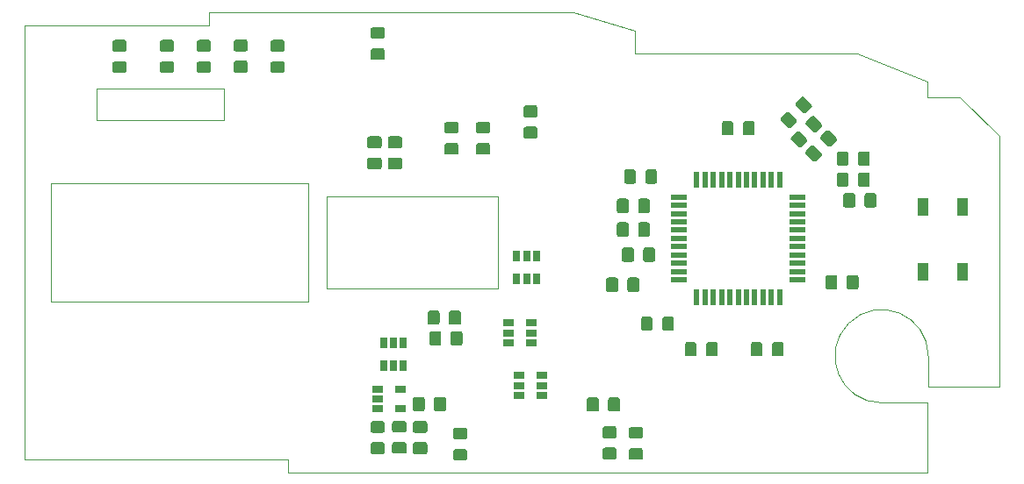
<source format=gbr>
G04 #@! TF.GenerationSoftware,KiCad,Pcbnew,5.99.0-unknown-d20d310~86~ubuntu18.04.1*
G04 #@! TF.CreationDate,2019-12-01T22:12:42+00:00*
G04 #@! TF.ProjectId,mouse8,6d6f7573-6538-42e6-9b69-6361645f7063,rev?*
G04 #@! TF.SameCoordinates,Original*
G04 #@! TF.FileFunction,Paste,Top*
G04 #@! TF.FilePolarity,Positive*
%FSLAX46Y46*%
G04 Gerber Fmt 4.6, Leading zero omitted, Abs format (unit mm)*
G04 Created by KiCad (PCBNEW 5.99.0-unknown-d20d310~86~ubuntu18.04.1) date 2019-12-01 22:12:42*
%MOMM*%
%LPD*%
G04 APERTURE LIST*
%ADD10C,0.050000*%
%ADD11R,1.060000X0.650000*%
%ADD12R,1.000000X1.700000*%
%ADD13R,0.550000X1.500000*%
%ADD14R,1.500000X0.550000*%
%ADD15R,0.650000X1.060000*%
G04 APERTURE END LIST*
D10*
X94150000Y89606250D02*
X58980000Y89606250D01*
X100075000Y87831250D02*
X94150000Y89606250D01*
X100075000Y87831250D02*
X100075000Y85581250D01*
X131400000Y81356250D02*
X135175000Y77656250D01*
X128195000Y81351250D02*
X131400000Y81356250D01*
X128200000Y82906250D02*
X128195000Y81351250D01*
X121475000Y85581250D02*
X128200000Y82906250D01*
X100075000Y85581250D02*
X121475000Y85581250D01*
X128195000Y45156250D02*
X66600000Y45156250D01*
X135175000Y77656250D02*
X135180000Y53411250D01*
X128325000Y53431250D02*
X135180000Y53411250D01*
X128200000Y51856250D02*
X128195000Y45156250D01*
X128325000Y56356250D02*
X128325000Y53431250D01*
X123825000Y51856250D02*
X128200000Y51856250D01*
X123825000Y51856250D02*
G75*
G02X128325000Y56356250I0J4500000D01*
G01*
X48108800Y82189450D02*
X48108800Y79192250D01*
X60453200Y82189450D02*
X48108800Y82189450D01*
X60453200Y79192250D02*
X60453200Y82189450D01*
X48108800Y79192250D02*
X60453200Y79192250D01*
X43740000Y73096250D02*
X68505000Y73096250D01*
X70283000Y62936250D02*
X70283000Y71826250D01*
X86793000Y62936250D02*
X70283000Y62936250D01*
X86793000Y71826250D02*
X86793000Y62936250D01*
X70283000Y71826250D02*
X86793000Y71826250D01*
X66600000Y46426250D02*
X66600000Y45156250D01*
X41200000Y46426250D02*
X66600000Y46426250D01*
X58980000Y88336250D02*
X41200000Y88336250D01*
X58980000Y89606250D02*
X58980000Y88336250D01*
X43740000Y61666250D02*
X43740000Y62301250D01*
X68505000Y61666250D02*
X68505000Y62301250D01*
X68505000Y73096250D02*
X68505000Y62301250D01*
X43740000Y62301250D02*
X43740000Y73096250D01*
X68505000Y61666250D02*
X43740000Y61666250D01*
X41200000Y46426250D02*
X41200000Y88336250D01*
G36*
X81056671Y60777370D02*
G01*
X81137777Y60723177D01*
X81191970Y60642071D01*
X81211000Y60546401D01*
X81211000Y59646399D01*
X81191970Y59550729D01*
X81137777Y59469623D01*
X81056671Y59415430D01*
X80961001Y59396400D01*
X80310999Y59396400D01*
X80215329Y59415430D01*
X80134223Y59469623D01*
X80080030Y59550729D01*
X80061000Y59646399D01*
X80061000Y60546401D01*
X80080030Y60642071D01*
X80134223Y60723177D01*
X80215329Y60777370D01*
X80310999Y60796400D01*
X80961001Y60796400D01*
X81056671Y60777370D01*
G37*
G36*
X83106671Y60777370D02*
G01*
X83187777Y60723177D01*
X83241970Y60642071D01*
X83261000Y60546401D01*
X83261000Y59646399D01*
X83241970Y59550729D01*
X83187777Y59469623D01*
X83106671Y59415430D01*
X83011001Y59396400D01*
X82360999Y59396400D01*
X82265329Y59415430D01*
X82184223Y59469623D01*
X82130030Y59550729D01*
X82111000Y59646399D01*
X82111000Y60546401D01*
X82130030Y60642071D01*
X82184223Y60723177D01*
X82265329Y60777370D01*
X82360999Y60796400D01*
X83011001Y60796400D01*
X83106671Y60777370D01*
G37*
G36*
X77863271Y48070370D02*
G01*
X77944377Y48016177D01*
X77998570Y47935071D01*
X78017600Y47839401D01*
X78017600Y47189399D01*
X77998570Y47093729D01*
X77944377Y47012623D01*
X77863271Y46958430D01*
X77767601Y46939400D01*
X76867599Y46939400D01*
X76771929Y46958430D01*
X76690823Y47012623D01*
X76636630Y47093729D01*
X76617600Y47189399D01*
X76617600Y47839401D01*
X76636630Y47935071D01*
X76690823Y48016177D01*
X76771929Y48070370D01*
X76867599Y48089400D01*
X77767601Y48089400D01*
X77863271Y48070370D01*
G37*
G36*
X77863271Y50120370D02*
G01*
X77944377Y50066177D01*
X77998570Y49985071D01*
X78017600Y49889401D01*
X78017600Y49239399D01*
X77998570Y49143729D01*
X77944377Y49062623D01*
X77863271Y49008430D01*
X77767601Y48989400D01*
X76867599Y48989400D01*
X76771929Y49008430D01*
X76690823Y49062623D01*
X76636630Y49143729D01*
X76617600Y49239399D01*
X76617600Y49889401D01*
X76636630Y49985071D01*
X76690823Y50066177D01*
X76771929Y50120370D01*
X76867599Y50139400D01*
X77767601Y50139400D01*
X77863271Y50120370D01*
G37*
D11*
X77452400Y53197800D03*
X77452400Y51297800D03*
X75252400Y51297800D03*
X75252400Y52247800D03*
X75252400Y53197800D03*
G36*
X75780471Y50094970D02*
G01*
X75861577Y50040777D01*
X75915770Y49959671D01*
X75934800Y49864001D01*
X75934800Y49213999D01*
X75915770Y49118329D01*
X75861577Y49037223D01*
X75780471Y48983030D01*
X75684801Y48964000D01*
X74784799Y48964000D01*
X74689129Y48983030D01*
X74608023Y49037223D01*
X74553830Y49118329D01*
X74534800Y49213999D01*
X74534800Y49864001D01*
X74553830Y49959671D01*
X74608023Y50040777D01*
X74689129Y50094970D01*
X74784799Y50114000D01*
X75684801Y50114000D01*
X75780471Y50094970D01*
G37*
G36*
X75780471Y48044970D02*
G01*
X75861577Y47990777D01*
X75915770Y47909671D01*
X75934800Y47814001D01*
X75934800Y47163999D01*
X75915770Y47068329D01*
X75861577Y46987223D01*
X75780471Y46933030D01*
X75684801Y46914000D01*
X74784799Y46914000D01*
X74689129Y46933030D01*
X74608023Y46987223D01*
X74553830Y47068329D01*
X74534800Y47163999D01*
X74534800Y47814001D01*
X74553830Y47909671D01*
X74608023Y47990777D01*
X74689129Y48044970D01*
X74784799Y48064000D01*
X75684801Y48064000D01*
X75780471Y48044970D01*
G37*
G36*
X81658871Y52420770D02*
G01*
X81739977Y52366577D01*
X81794170Y52285471D01*
X81813200Y52189801D01*
X81813200Y51289799D01*
X81794170Y51194129D01*
X81739977Y51113023D01*
X81658871Y51058830D01*
X81563201Y51039800D01*
X80913199Y51039800D01*
X80817529Y51058830D01*
X80736423Y51113023D01*
X80682230Y51194129D01*
X80663200Y51289799D01*
X80663200Y52189801D01*
X80682230Y52285471D01*
X80736423Y52366577D01*
X80817529Y52420770D01*
X80913199Y52439800D01*
X81563201Y52439800D01*
X81658871Y52420770D01*
G37*
G36*
X79608871Y52420770D02*
G01*
X79689977Y52366577D01*
X79744170Y52285471D01*
X79763200Y52189801D01*
X79763200Y51289799D01*
X79744170Y51194129D01*
X79689977Y51113023D01*
X79608871Y51058830D01*
X79513201Y51039800D01*
X78863199Y51039800D01*
X78767529Y51058830D01*
X78686423Y51113023D01*
X78632230Y51194129D01*
X78613200Y51289799D01*
X78613200Y52189801D01*
X78632230Y52285471D01*
X78686423Y52366577D01*
X78767529Y52420770D01*
X78863199Y52439800D01*
X79513201Y52439800D01*
X79608871Y52420770D01*
G37*
D12*
X127817800Y64490200D03*
X127817800Y70790200D03*
X131617800Y64490200D03*
X131617800Y70790200D03*
G36*
X82893671Y78995220D02*
G01*
X82974777Y78941027D01*
X83028970Y78859921D01*
X83048000Y78764251D01*
X83048000Y78114249D01*
X83028970Y78018579D01*
X82974777Y77937473D01*
X82893671Y77883280D01*
X82798001Y77864250D01*
X81897999Y77864250D01*
X81802329Y77883280D01*
X81721223Y77937473D01*
X81667030Y78018579D01*
X81648000Y78114249D01*
X81648000Y78764251D01*
X81667030Y78859921D01*
X81721223Y78941027D01*
X81802329Y78995220D01*
X81897999Y79014250D01*
X82798001Y79014250D01*
X82893671Y78995220D01*
G37*
G36*
X82893671Y76945220D02*
G01*
X82974777Y76891027D01*
X83028970Y76809921D01*
X83048000Y76714251D01*
X83048000Y76064249D01*
X83028970Y75968579D01*
X82974777Y75887473D01*
X82893671Y75833280D01*
X82798001Y75814250D01*
X81897999Y75814250D01*
X81802329Y75833280D01*
X81721223Y75887473D01*
X81667030Y75968579D01*
X81648000Y76064249D01*
X81648000Y76714251D01*
X81667030Y76809921D01*
X81721223Y76891027D01*
X81802329Y76945220D01*
X81897999Y76964250D01*
X82798001Y76964250D01*
X82893671Y76945220D01*
G37*
G36*
X85941671Y78995220D02*
G01*
X86022777Y78941027D01*
X86076970Y78859921D01*
X86096000Y78764251D01*
X86096000Y78114249D01*
X86076970Y78018579D01*
X86022777Y77937473D01*
X85941671Y77883280D01*
X85846001Y77864250D01*
X84945999Y77864250D01*
X84850329Y77883280D01*
X84769223Y77937473D01*
X84715030Y78018579D01*
X84696000Y78114249D01*
X84696000Y78764251D01*
X84715030Y78859921D01*
X84769223Y78941027D01*
X84850329Y78995220D01*
X84945999Y79014250D01*
X85846001Y79014250D01*
X85941671Y78995220D01*
G37*
G36*
X85941671Y76945220D02*
G01*
X86022777Y76891027D01*
X86076970Y76809921D01*
X86096000Y76714251D01*
X86096000Y76064249D01*
X86076970Y75968579D01*
X86022777Y75887473D01*
X85941671Y75833280D01*
X85846001Y75814250D01*
X84945999Y75814250D01*
X84850329Y75833280D01*
X84769223Y75887473D01*
X84715030Y75968579D01*
X84696000Y76064249D01*
X84696000Y76714251D01*
X84715030Y76809921D01*
X84769223Y76891027D01*
X84850329Y76945220D01*
X84945999Y76964250D01*
X85846001Y76964250D01*
X85941671Y76945220D01*
G37*
G36*
X98252471Y63952370D02*
G01*
X98333577Y63898177D01*
X98387770Y63817071D01*
X98406800Y63721401D01*
X98406800Y62821399D01*
X98387770Y62725729D01*
X98333577Y62644623D01*
X98252471Y62590430D01*
X98156801Y62571400D01*
X97506799Y62571400D01*
X97411129Y62590430D01*
X97330023Y62644623D01*
X97275830Y62725729D01*
X97256800Y62821399D01*
X97256800Y63721401D01*
X97275830Y63817071D01*
X97330023Y63898177D01*
X97411129Y63952370D01*
X97506799Y63971400D01*
X98156801Y63971400D01*
X98252471Y63952370D01*
G37*
G36*
X100302471Y63952370D02*
G01*
X100383577Y63898177D01*
X100437770Y63817071D01*
X100456800Y63721401D01*
X100456800Y62821399D01*
X100437770Y62725729D01*
X100383577Y62644623D01*
X100302471Y62590430D01*
X100206801Y62571400D01*
X99556799Y62571400D01*
X99461129Y62590430D01*
X99380023Y62644623D01*
X99325830Y62725729D01*
X99306800Y62821399D01*
X99306800Y63721401D01*
X99325830Y63817071D01*
X99380023Y63898177D01*
X99461129Y63952370D01*
X99556799Y63971400D01*
X100206801Y63971400D01*
X100302471Y63952370D01*
G37*
G36*
X111437671Y79055220D02*
G01*
X111518777Y79001027D01*
X111572970Y78919921D01*
X111592000Y78824251D01*
X111592000Y77924249D01*
X111572970Y77828579D01*
X111518777Y77747473D01*
X111437671Y77693280D01*
X111342001Y77674250D01*
X110691999Y77674250D01*
X110596329Y77693280D01*
X110515223Y77747473D01*
X110461030Y77828579D01*
X110442000Y77924249D01*
X110442000Y78824251D01*
X110461030Y78919921D01*
X110515223Y79001027D01*
X110596329Y79055220D01*
X110691999Y79074250D01*
X111342001Y79074250D01*
X111437671Y79055220D01*
G37*
G36*
X109387671Y79055220D02*
G01*
X109468777Y79001027D01*
X109522970Y78919921D01*
X109542000Y78824251D01*
X109542000Y77924249D01*
X109522970Y77828579D01*
X109468777Y77747473D01*
X109387671Y77693280D01*
X109292001Y77674250D01*
X108641999Y77674250D01*
X108546329Y77693280D01*
X108465223Y77747473D01*
X108411030Y77828579D01*
X108392000Y77924249D01*
X108392000Y78824251D01*
X108411030Y78919921D01*
X108465223Y79001027D01*
X108546329Y79055220D01*
X108641999Y79074250D01*
X109292001Y79074250D01*
X109387671Y79055220D01*
G37*
G36*
X79869871Y48044970D02*
G01*
X79950977Y47990777D01*
X80005170Y47909671D01*
X80024200Y47814001D01*
X80024200Y47163999D01*
X80005170Y47068329D01*
X79950977Y46987223D01*
X79869871Y46933030D01*
X79774201Y46914000D01*
X78874199Y46914000D01*
X78778529Y46933030D01*
X78697423Y46987223D01*
X78643230Y47068329D01*
X78624200Y47163999D01*
X78624200Y47814001D01*
X78643230Y47909671D01*
X78697423Y47990777D01*
X78778529Y48044970D01*
X78874199Y48064000D01*
X79774201Y48064000D01*
X79869871Y48044970D01*
G37*
G36*
X79869871Y50094970D02*
G01*
X79950977Y50040777D01*
X80005170Y49959671D01*
X80024200Y49864001D01*
X80024200Y49213999D01*
X80005170Y49118329D01*
X79950977Y49037223D01*
X79869871Y48983030D01*
X79774201Y48964000D01*
X78874199Y48964000D01*
X78778529Y48983030D01*
X78697423Y49037223D01*
X78643230Y49118329D01*
X78624200Y49213999D01*
X78624200Y49864001D01*
X78643230Y49959671D01*
X78697423Y50040777D01*
X78778529Y50094970D01*
X78874199Y50114000D01*
X79774201Y50114000D01*
X79869871Y50094970D01*
G37*
G36*
X83730671Y47409970D02*
G01*
X83811777Y47355777D01*
X83865970Y47274671D01*
X83885000Y47179001D01*
X83885000Y46528999D01*
X83865970Y46433329D01*
X83811777Y46352223D01*
X83730671Y46298030D01*
X83635001Y46279000D01*
X82734999Y46279000D01*
X82639329Y46298030D01*
X82558223Y46352223D01*
X82504030Y46433329D01*
X82485000Y46528999D01*
X82485000Y47179001D01*
X82504030Y47274671D01*
X82558223Y47355777D01*
X82639329Y47409970D01*
X82734999Y47429000D01*
X83635001Y47429000D01*
X83730671Y47409970D01*
G37*
G36*
X83730671Y49459970D02*
G01*
X83811777Y49405777D01*
X83865970Y49324671D01*
X83885000Y49229001D01*
X83885000Y48578999D01*
X83865970Y48483329D01*
X83811777Y48402223D01*
X83730671Y48348030D01*
X83635001Y48329000D01*
X82734999Y48329000D01*
X82639329Y48348030D01*
X82558223Y48402223D01*
X82504030Y48483329D01*
X82485000Y48578999D01*
X82485000Y49229001D01*
X82504030Y49324671D01*
X82558223Y49405777D01*
X82639329Y49459970D01*
X82734999Y49479000D01*
X83635001Y49479000D01*
X83730671Y49459970D01*
G37*
G36*
X99979671Y74387220D02*
G01*
X100060777Y74333027D01*
X100114970Y74251921D01*
X100134000Y74156251D01*
X100134000Y73256249D01*
X100114970Y73160579D01*
X100060777Y73079473D01*
X99979671Y73025280D01*
X99884001Y73006250D01*
X99233999Y73006250D01*
X99138329Y73025280D01*
X99057223Y73079473D01*
X99003030Y73160579D01*
X98984000Y73256249D01*
X98984000Y74156251D01*
X99003030Y74251921D01*
X99057223Y74333027D01*
X99138329Y74387220D01*
X99233999Y74406250D01*
X99884001Y74406250D01*
X99979671Y74387220D01*
G37*
G36*
X102029671Y74387220D02*
G01*
X102110777Y74333027D01*
X102164970Y74251921D01*
X102184000Y74156251D01*
X102184000Y73256249D01*
X102164970Y73160579D01*
X102110777Y73079473D01*
X102029671Y73025280D01*
X101934001Y73006250D01*
X101283999Y73006250D01*
X101188329Y73025280D01*
X101107223Y73079473D01*
X101053030Y73160579D01*
X101034000Y73256249D01*
X101034000Y74156251D01*
X101053030Y74251921D01*
X101107223Y74333027D01*
X101188329Y74387220D01*
X101283999Y74406250D01*
X101934001Y74406250D01*
X102029671Y74387220D01*
G37*
G36*
X101595671Y60187220D02*
G01*
X101676777Y60133027D01*
X101730970Y60051921D01*
X101750000Y59956251D01*
X101750000Y59056249D01*
X101730970Y58960579D01*
X101676777Y58879473D01*
X101595671Y58825280D01*
X101500001Y58806250D01*
X100849999Y58806250D01*
X100754329Y58825280D01*
X100673223Y58879473D01*
X100619030Y58960579D01*
X100600000Y59056249D01*
X100600000Y59956251D01*
X100619030Y60051921D01*
X100673223Y60133027D01*
X100754329Y60187220D01*
X100849999Y60206250D01*
X101500001Y60206250D01*
X101595671Y60187220D01*
G37*
G36*
X103645671Y60187220D02*
G01*
X103726777Y60133027D01*
X103780970Y60051921D01*
X103800000Y59956251D01*
X103800000Y59056249D01*
X103780970Y58960579D01*
X103726777Y58879473D01*
X103645671Y58825280D01*
X103550001Y58806250D01*
X102899999Y58806250D01*
X102804329Y58825280D01*
X102723223Y58879473D01*
X102669030Y58960579D01*
X102650000Y59056249D01*
X102650000Y59956251D01*
X102669030Y60051921D01*
X102723223Y60133027D01*
X102804329Y60187220D01*
X102899999Y60206250D01*
X103550001Y60206250D01*
X103645671Y60187220D01*
G37*
G36*
X121445671Y64187220D02*
G01*
X121526777Y64133027D01*
X121580970Y64051921D01*
X121600000Y63956251D01*
X121600000Y63056249D01*
X121580970Y62960579D01*
X121526777Y62879473D01*
X121445671Y62825280D01*
X121350001Y62806250D01*
X120699999Y62806250D01*
X120604329Y62825280D01*
X120523223Y62879473D01*
X120469030Y62960579D01*
X120450000Y63056249D01*
X120450000Y63956251D01*
X120469030Y64051921D01*
X120523223Y64133027D01*
X120604329Y64187220D01*
X120699999Y64206250D01*
X121350001Y64206250D01*
X121445671Y64187220D01*
G37*
G36*
X119395671Y64187220D02*
G01*
X119476777Y64133027D01*
X119530970Y64051921D01*
X119550000Y63956251D01*
X119550000Y63056249D01*
X119530970Y62960579D01*
X119476777Y62879473D01*
X119395671Y62825280D01*
X119300001Y62806250D01*
X118649999Y62806250D01*
X118554329Y62825280D01*
X118473223Y62879473D01*
X118419030Y62960579D01*
X118400000Y63056249D01*
X118400000Y63956251D01*
X118419030Y64051921D01*
X118473223Y64133027D01*
X118554329Y64187220D01*
X118649999Y64206250D01*
X119300001Y64206250D01*
X119395671Y64187220D01*
G37*
G36*
X114231671Y57719220D02*
G01*
X114312777Y57665027D01*
X114366970Y57583921D01*
X114386000Y57488251D01*
X114386000Y56588249D01*
X114366970Y56492579D01*
X114312777Y56411473D01*
X114231671Y56357280D01*
X114136001Y56338250D01*
X113485999Y56338250D01*
X113390329Y56357280D01*
X113309223Y56411473D01*
X113255030Y56492579D01*
X113236000Y56588249D01*
X113236000Y57488251D01*
X113255030Y57583921D01*
X113309223Y57665027D01*
X113390329Y57719220D01*
X113485999Y57738250D01*
X114136001Y57738250D01*
X114231671Y57719220D01*
G37*
G36*
X112181671Y57719220D02*
G01*
X112262777Y57665027D01*
X112316970Y57583921D01*
X112336000Y57488251D01*
X112336000Y56588249D01*
X112316970Y56492579D01*
X112262777Y56411473D01*
X112181671Y56357280D01*
X112086001Y56338250D01*
X111435999Y56338250D01*
X111340329Y56357280D01*
X111259223Y56411473D01*
X111205030Y56492579D01*
X111186000Y56588249D01*
X111186000Y57488251D01*
X111205030Y57583921D01*
X111259223Y57665027D01*
X111340329Y57719220D01*
X111435999Y57738250D01*
X112086001Y57738250D01*
X112181671Y57719220D01*
G37*
G36*
X105831671Y57719220D02*
G01*
X105912777Y57665027D01*
X105966970Y57583921D01*
X105986000Y57488251D01*
X105986000Y56588249D01*
X105966970Y56492579D01*
X105912777Y56411473D01*
X105831671Y56357280D01*
X105736001Y56338250D01*
X105085999Y56338250D01*
X104990329Y56357280D01*
X104909223Y56411473D01*
X104855030Y56492579D01*
X104836000Y56588249D01*
X104836000Y57488251D01*
X104855030Y57583921D01*
X104909223Y57665027D01*
X104990329Y57719220D01*
X105085999Y57738250D01*
X105736001Y57738250D01*
X105831671Y57719220D01*
G37*
G36*
X107881671Y57719220D02*
G01*
X107962777Y57665027D01*
X108016970Y57583921D01*
X108036000Y57488251D01*
X108036000Y56588249D01*
X108016970Y56492579D01*
X107962777Y56411473D01*
X107881671Y56357280D01*
X107786001Y56338250D01*
X107135999Y56338250D01*
X107040329Y56357280D01*
X106959223Y56411473D01*
X106905030Y56492579D01*
X106886000Y56588249D01*
X106886000Y57488251D01*
X106905030Y57583921D01*
X106959223Y57665027D01*
X107040329Y57719220D01*
X107135999Y57738250D01*
X107786001Y57738250D01*
X107881671Y57719220D01*
G37*
G36*
X99776471Y66847970D02*
G01*
X99857577Y66793777D01*
X99911770Y66712671D01*
X99930800Y66617001D01*
X99930800Y65716999D01*
X99911770Y65621329D01*
X99857577Y65540223D01*
X99776471Y65486030D01*
X99680801Y65467000D01*
X99030799Y65467000D01*
X98935129Y65486030D01*
X98854023Y65540223D01*
X98799830Y65621329D01*
X98780800Y65716999D01*
X98780800Y66617001D01*
X98799830Y66712671D01*
X98854023Y66793777D01*
X98935129Y66847970D01*
X99030799Y66867000D01*
X99680801Y66867000D01*
X99776471Y66847970D01*
G37*
G36*
X101826471Y66847970D02*
G01*
X101907577Y66793777D01*
X101961770Y66712671D01*
X101980800Y66617001D01*
X101980800Y65716999D01*
X101961770Y65621329D01*
X101907577Y65540223D01*
X101826471Y65486030D01*
X101730801Y65467000D01*
X101080799Y65467000D01*
X100985129Y65486030D01*
X100904023Y65540223D01*
X100849830Y65621329D01*
X100830800Y65716999D01*
X100830800Y66617001D01*
X100849830Y66712671D01*
X100904023Y66793777D01*
X100985129Y66847970D01*
X101080799Y66867000D01*
X101730801Y66867000D01*
X101826471Y66847970D01*
G37*
G36*
X50889671Y86886720D02*
G01*
X50970777Y86832527D01*
X51024970Y86751421D01*
X51044000Y86655751D01*
X51044000Y86005749D01*
X51024970Y85910079D01*
X50970777Y85828973D01*
X50889671Y85774780D01*
X50794001Y85755750D01*
X49893999Y85755750D01*
X49798329Y85774780D01*
X49717223Y85828973D01*
X49663030Y85910079D01*
X49644000Y86005749D01*
X49644000Y86655751D01*
X49663030Y86751421D01*
X49717223Y86832527D01*
X49798329Y86886720D01*
X49893999Y86905750D01*
X50794001Y86905750D01*
X50889671Y86886720D01*
G37*
G36*
X50889671Y84836720D02*
G01*
X50970777Y84782527D01*
X51024970Y84701421D01*
X51044000Y84605751D01*
X51044000Y83955749D01*
X51024970Y83860079D01*
X50970777Y83778973D01*
X50889671Y83724780D01*
X50794001Y83705750D01*
X49893999Y83705750D01*
X49798329Y83724780D01*
X49717223Y83778973D01*
X49663030Y83860079D01*
X49644000Y83955749D01*
X49644000Y84605751D01*
X49663030Y84701421D01*
X49717223Y84782527D01*
X49798329Y84836720D01*
X49893999Y84855750D01*
X50794001Y84855750D01*
X50889671Y84836720D01*
G37*
G36*
X75781671Y86089220D02*
G01*
X75862777Y86035027D01*
X75916970Y85953921D01*
X75936000Y85858251D01*
X75936000Y85208249D01*
X75916970Y85112579D01*
X75862777Y85031473D01*
X75781671Y84977280D01*
X75686001Y84958250D01*
X74785999Y84958250D01*
X74690329Y84977280D01*
X74609223Y85031473D01*
X74555030Y85112579D01*
X74536000Y85208249D01*
X74536000Y85858251D01*
X74555030Y85953921D01*
X74609223Y86035027D01*
X74690329Y86089220D01*
X74785999Y86108250D01*
X75686001Y86108250D01*
X75781671Y86089220D01*
G37*
G36*
X75781671Y88139220D02*
G01*
X75862777Y88085027D01*
X75916970Y88003921D01*
X75936000Y87908251D01*
X75936000Y87258249D01*
X75916970Y87162579D01*
X75862777Y87081473D01*
X75781671Y87027280D01*
X75686001Y87008250D01*
X74785999Y87008250D01*
X74690329Y87027280D01*
X74609223Y87081473D01*
X74555030Y87162579D01*
X74536000Y87258249D01*
X74536000Y87908251D01*
X74555030Y88003921D01*
X74609223Y88085027D01*
X74690329Y88139220D01*
X74785999Y88158250D01*
X75686001Y88158250D01*
X75781671Y88139220D01*
G37*
G36*
X98445671Y52387220D02*
G01*
X98526777Y52333027D01*
X98580970Y52251921D01*
X98600000Y52156251D01*
X98600000Y51256249D01*
X98580970Y51160579D01*
X98526777Y51079473D01*
X98445671Y51025280D01*
X98350001Y51006250D01*
X97699999Y51006250D01*
X97604329Y51025280D01*
X97523223Y51079473D01*
X97469030Y51160579D01*
X97450000Y51256249D01*
X97450000Y52156251D01*
X97469030Y52251921D01*
X97523223Y52333027D01*
X97604329Y52387220D01*
X97699999Y52406250D01*
X98350001Y52406250D01*
X98445671Y52387220D01*
G37*
G36*
X96395671Y52387220D02*
G01*
X96476777Y52333027D01*
X96530970Y52251921D01*
X96550000Y52156251D01*
X96550000Y51256249D01*
X96530970Y51160579D01*
X96476777Y51079473D01*
X96395671Y51025280D01*
X96300001Y51006250D01*
X95649999Y51006250D01*
X95554329Y51025280D01*
X95473223Y51079473D01*
X95419030Y51160579D01*
X95400000Y51256249D01*
X95400000Y52156251D01*
X95419030Y52251921D01*
X95473223Y52333027D01*
X95554329Y52387220D01*
X95649999Y52406250D01*
X96300001Y52406250D01*
X96395671Y52387220D01*
G37*
G36*
X62573671Y84873220D02*
G01*
X62654777Y84819027D01*
X62708970Y84737921D01*
X62728000Y84642251D01*
X62728000Y83992249D01*
X62708970Y83896579D01*
X62654777Y83815473D01*
X62573671Y83761280D01*
X62478001Y83742250D01*
X61577999Y83742250D01*
X61482329Y83761280D01*
X61401223Y83815473D01*
X61347030Y83896579D01*
X61328000Y83992249D01*
X61328000Y84642251D01*
X61347030Y84737921D01*
X61401223Y84819027D01*
X61482329Y84873220D01*
X61577999Y84892250D01*
X62478001Y84892250D01*
X62573671Y84873220D01*
G37*
G36*
X62573671Y86923220D02*
G01*
X62654777Y86869027D01*
X62708970Y86787921D01*
X62728000Y86692251D01*
X62728000Y86042249D01*
X62708970Y85946579D01*
X62654777Y85865473D01*
X62573671Y85811280D01*
X62478001Y85792250D01*
X61577999Y85792250D01*
X61482329Y85811280D01*
X61401223Y85865473D01*
X61347030Y85946579D01*
X61328000Y86042249D01*
X61328000Y86692251D01*
X61347030Y86787921D01*
X61401223Y86869027D01*
X61482329Y86923220D01*
X61577999Y86942250D01*
X62478001Y86942250D01*
X62573671Y86923220D01*
G37*
G36*
X55461671Y84836720D02*
G01*
X55542777Y84782527D01*
X55596970Y84701421D01*
X55616000Y84605751D01*
X55616000Y83955749D01*
X55596970Y83860079D01*
X55542777Y83778973D01*
X55461671Y83724780D01*
X55366001Y83705750D01*
X54465999Y83705750D01*
X54370329Y83724780D01*
X54289223Y83778973D01*
X54235030Y83860079D01*
X54216000Y83955749D01*
X54216000Y84605751D01*
X54235030Y84701421D01*
X54289223Y84782527D01*
X54370329Y84836720D01*
X54465999Y84855750D01*
X55366001Y84855750D01*
X55461671Y84836720D01*
G37*
G36*
X55461671Y86886720D02*
G01*
X55542777Y86832527D01*
X55596970Y86751421D01*
X55616000Y86655751D01*
X55616000Y86005749D01*
X55596970Y85910079D01*
X55542777Y85828973D01*
X55461671Y85774780D01*
X55366001Y85755750D01*
X54465999Y85755750D01*
X54370329Y85774780D01*
X54289223Y85828973D01*
X54235030Y85910079D01*
X54216000Y86005749D01*
X54216000Y86655751D01*
X54235030Y86751421D01*
X54289223Y86832527D01*
X54370329Y86886720D01*
X54465999Y86905750D01*
X55366001Y86905750D01*
X55461671Y86886720D01*
G37*
G36*
X90513671Y80555720D02*
G01*
X90594777Y80501527D01*
X90648970Y80420421D01*
X90668000Y80324751D01*
X90668000Y79674749D01*
X90648970Y79579079D01*
X90594777Y79497973D01*
X90513671Y79443780D01*
X90418001Y79424750D01*
X89517999Y79424750D01*
X89422329Y79443780D01*
X89341223Y79497973D01*
X89287030Y79579079D01*
X89268000Y79674749D01*
X89268000Y80324751D01*
X89287030Y80420421D01*
X89341223Y80501527D01*
X89422329Y80555720D01*
X89517999Y80574750D01*
X90418001Y80574750D01*
X90513671Y80555720D01*
G37*
G36*
X90513671Y78505720D02*
G01*
X90594777Y78451527D01*
X90648970Y78370421D01*
X90668000Y78274751D01*
X90668000Y77624749D01*
X90648970Y77529079D01*
X90594777Y77447973D01*
X90513671Y77393780D01*
X90418001Y77374750D01*
X89517999Y77374750D01*
X89422329Y77393780D01*
X89341223Y77447973D01*
X89287030Y77529079D01*
X89268000Y77624749D01*
X89268000Y78274751D01*
X89287030Y78370421D01*
X89341223Y78451527D01*
X89422329Y78505720D01*
X89517999Y78524750D01*
X90418001Y78524750D01*
X90513671Y78505720D01*
G37*
G36*
X121112471Y72105770D02*
G01*
X121193577Y72051577D01*
X121247770Y71970471D01*
X121266800Y71874801D01*
X121266800Y70974799D01*
X121247770Y70879129D01*
X121193577Y70798023D01*
X121112471Y70743830D01*
X121016801Y70724800D01*
X120366799Y70724800D01*
X120271129Y70743830D01*
X120190023Y70798023D01*
X120135830Y70879129D01*
X120116800Y70974799D01*
X120116800Y71874801D01*
X120135830Y71970471D01*
X120190023Y72051577D01*
X120271129Y72105770D01*
X120366799Y72124800D01*
X121016801Y72124800D01*
X121112471Y72105770D01*
G37*
G36*
X123162471Y72105770D02*
G01*
X123243577Y72051577D01*
X123297770Y71970471D01*
X123316800Y71874801D01*
X123316800Y70974799D01*
X123297770Y70879129D01*
X123243577Y70798023D01*
X123162471Y70743830D01*
X123066801Y70724800D01*
X122416799Y70724800D01*
X122321129Y70743830D01*
X122240023Y70798023D01*
X122185830Y70879129D01*
X122166800Y70974799D01*
X122166800Y71874801D01*
X122185830Y71970471D01*
X122240023Y72051577D01*
X122321129Y72105770D01*
X122416799Y72124800D01*
X123066801Y72124800D01*
X123162471Y72105770D01*
G37*
G36*
X75475671Y77577770D02*
G01*
X75556777Y77523577D01*
X75610970Y77442471D01*
X75630000Y77346801D01*
X75630000Y76696799D01*
X75610970Y76601129D01*
X75556777Y76520023D01*
X75475671Y76465830D01*
X75380001Y76446800D01*
X74479999Y76446800D01*
X74384329Y76465830D01*
X74303223Y76520023D01*
X74249030Y76601129D01*
X74230000Y76696799D01*
X74230000Y77346801D01*
X74249030Y77442471D01*
X74303223Y77523577D01*
X74384329Y77577770D01*
X74479999Y77596800D01*
X75380001Y77596800D01*
X75475671Y77577770D01*
G37*
G36*
X75475671Y75527770D02*
G01*
X75556777Y75473577D01*
X75610970Y75392471D01*
X75630000Y75296801D01*
X75630000Y74646799D01*
X75610970Y74551129D01*
X75556777Y74470023D01*
X75475671Y74415830D01*
X75380001Y74396800D01*
X74479999Y74396800D01*
X74384329Y74415830D01*
X74303223Y74470023D01*
X74249030Y74551129D01*
X74230000Y74646799D01*
X74230000Y75296801D01*
X74249030Y75392471D01*
X74303223Y75473577D01*
X74384329Y75527770D01*
X74479999Y75546800D01*
X75380001Y75546800D01*
X75475671Y75527770D01*
G37*
G36*
X115854914Y78094810D02*
G01*
X115936020Y78040617D01*
X116572417Y77404220D01*
X116626610Y77323114D01*
X116645640Y77227444D01*
X116626610Y77131774D01*
X116572417Y77050668D01*
X116112796Y76591047D01*
X116031690Y76536854D01*
X115936020Y76517824D01*
X115840350Y76536854D01*
X115759244Y76591047D01*
X115122847Y77227444D01*
X115068654Y77308550D01*
X115049624Y77404220D01*
X115068654Y77499890D01*
X115122847Y77580996D01*
X115582468Y78040617D01*
X115663574Y78094810D01*
X115759244Y78113840D01*
X115854914Y78094810D01*
G37*
G36*
X117304482Y79544378D02*
G01*
X117385588Y79490185D01*
X118021985Y78853788D01*
X118076178Y78772682D01*
X118095208Y78677012D01*
X118076178Y78581342D01*
X118021985Y78500236D01*
X117562364Y78040615D01*
X117481258Y77986422D01*
X117385588Y77967392D01*
X117289918Y77986422D01*
X117208812Y78040615D01*
X116572415Y78677012D01*
X116518222Y78758118D01*
X116499192Y78853788D01*
X116518222Y78949458D01*
X116572415Y79030564D01*
X117032036Y79490185D01*
X117113142Y79544378D01*
X117208812Y79563408D01*
X117304482Y79544378D01*
G37*
G36*
X98133671Y49567720D02*
G01*
X98214777Y49513527D01*
X98268970Y49432421D01*
X98288000Y49336751D01*
X98288000Y48686749D01*
X98268970Y48591079D01*
X98214777Y48509973D01*
X98133671Y48455780D01*
X98038001Y48436750D01*
X97137999Y48436750D01*
X97042329Y48455780D01*
X96961223Y48509973D01*
X96907030Y48591079D01*
X96888000Y48686749D01*
X96888000Y49336751D01*
X96907030Y49432421D01*
X96961223Y49513527D01*
X97042329Y49567720D01*
X97137999Y49586750D01*
X98038001Y49586750D01*
X98133671Y49567720D01*
G37*
G36*
X98133671Y47517720D02*
G01*
X98214777Y47463527D01*
X98268970Y47382421D01*
X98288000Y47286751D01*
X98288000Y46636749D01*
X98268970Y46541079D01*
X98214777Y46459973D01*
X98133671Y46405780D01*
X98038001Y46386750D01*
X97137999Y46386750D01*
X97042329Y46405780D01*
X96961223Y46459973D01*
X96907030Y46541079D01*
X96888000Y46636749D01*
X96888000Y47286751D01*
X96907030Y47382421D01*
X96961223Y47463527D01*
X97042329Y47517720D01*
X97137999Y47536750D01*
X98038001Y47536750D01*
X98133671Y47517720D01*
G37*
G36*
X59017671Y86886720D02*
G01*
X59098777Y86832527D01*
X59152970Y86751421D01*
X59172000Y86655751D01*
X59172000Y86005749D01*
X59152970Y85910079D01*
X59098777Y85828973D01*
X59017671Y85774780D01*
X58922001Y85755750D01*
X58021999Y85755750D01*
X57926329Y85774780D01*
X57845223Y85828973D01*
X57791030Y85910079D01*
X57772000Y86005749D01*
X57772000Y86655751D01*
X57791030Y86751421D01*
X57845223Y86832527D01*
X57926329Y86886720D01*
X58021999Y86905750D01*
X58922001Y86905750D01*
X59017671Y86886720D01*
G37*
G36*
X59017671Y84836720D02*
G01*
X59098777Y84782527D01*
X59152970Y84701421D01*
X59172000Y84605751D01*
X59172000Y83955749D01*
X59152970Y83860079D01*
X59098777Y83778973D01*
X59017671Y83724780D01*
X58922001Y83705750D01*
X58021999Y83705750D01*
X57926329Y83724780D01*
X57845223Y83778973D01*
X57791030Y83860079D01*
X57772000Y83955749D01*
X57772000Y84605751D01*
X57791030Y84701421D01*
X57845223Y84782527D01*
X57926329Y84836720D01*
X58021999Y84855750D01*
X58922001Y84855750D01*
X59017671Y84836720D01*
G37*
G36*
X100673671Y49531220D02*
G01*
X100754777Y49477027D01*
X100808970Y49395921D01*
X100828000Y49300251D01*
X100828000Y48650249D01*
X100808970Y48554579D01*
X100754777Y48473473D01*
X100673671Y48419280D01*
X100578001Y48400250D01*
X99677999Y48400250D01*
X99582329Y48419280D01*
X99501223Y48473473D01*
X99447030Y48554579D01*
X99428000Y48650249D01*
X99428000Y49300251D01*
X99447030Y49395921D01*
X99501223Y49477027D01*
X99582329Y49531220D01*
X99677999Y49550250D01*
X100578001Y49550250D01*
X100673671Y49531220D01*
G37*
G36*
X100673671Y47481220D02*
G01*
X100754777Y47427027D01*
X100808970Y47345921D01*
X100828000Y47250251D01*
X100828000Y46600249D01*
X100808970Y46504579D01*
X100754777Y46423473D01*
X100673671Y46369280D01*
X100578001Y46350250D01*
X99677999Y46350250D01*
X99582329Y46369280D01*
X99501223Y46423473D01*
X99447030Y46504579D01*
X99428000Y46600249D01*
X99428000Y47250251D01*
X99447030Y47345921D01*
X99501223Y47427027D01*
X99582329Y47481220D01*
X99677999Y47500250D01*
X100578001Y47500250D01*
X100673671Y47481220D01*
G37*
G36*
X66129671Y86886720D02*
G01*
X66210777Y86832527D01*
X66264970Y86751421D01*
X66284000Y86655751D01*
X66284000Y86005749D01*
X66264970Y85910079D01*
X66210777Y85828973D01*
X66129671Y85774780D01*
X66034001Y85755750D01*
X65133999Y85755750D01*
X65038329Y85774780D01*
X64957223Y85828973D01*
X64903030Y85910079D01*
X64884000Y86005749D01*
X64884000Y86655751D01*
X64903030Y86751421D01*
X64957223Y86832527D01*
X65038329Y86886720D01*
X65133999Y86905750D01*
X66034001Y86905750D01*
X66129671Y86886720D01*
G37*
G36*
X66129671Y84836720D02*
G01*
X66210777Y84782527D01*
X66264970Y84701421D01*
X66284000Y84605751D01*
X66284000Y83955749D01*
X66264970Y83860079D01*
X66210777Y83778973D01*
X66129671Y83724780D01*
X66034001Y83705750D01*
X65133999Y83705750D01*
X65038329Y83724780D01*
X64957223Y83778973D01*
X64903030Y83860079D01*
X64884000Y83955749D01*
X64884000Y84605751D01*
X64903030Y84701421D01*
X64957223Y84782527D01*
X65038329Y84836720D01*
X65133999Y84855750D01*
X66034001Y84855750D01*
X66129671Y84836720D01*
G37*
G36*
X117265498Y76711394D02*
G01*
X117346604Y76657201D01*
X117983001Y76020804D01*
X118037194Y75939698D01*
X118056224Y75844028D01*
X118037194Y75748358D01*
X117983001Y75667252D01*
X117523380Y75207631D01*
X117442274Y75153438D01*
X117346604Y75134408D01*
X117250934Y75153438D01*
X117169828Y75207631D01*
X116533431Y75844028D01*
X116479238Y75925134D01*
X116460208Y76020804D01*
X116479238Y76116474D01*
X116533431Y76197580D01*
X116993052Y76657201D01*
X117074158Y76711394D01*
X117169828Y76730424D01*
X117265498Y76711394D01*
G37*
G36*
X118715066Y78160962D02*
G01*
X118796172Y78106769D01*
X119432569Y77470372D01*
X119486762Y77389266D01*
X119505792Y77293596D01*
X119486762Y77197926D01*
X119432569Y77116820D01*
X118972948Y76657199D01*
X118891842Y76603006D01*
X118796172Y76583976D01*
X118700502Y76603006D01*
X118619396Y76657199D01*
X117982999Y77293596D01*
X117928806Y77374702D01*
X117909776Y77470372D01*
X117928806Y77566042D01*
X117982999Y77647148D01*
X118442620Y78106769D01*
X118523726Y78160962D01*
X118619396Y78179992D01*
X118715066Y78160962D01*
G37*
G36*
X120477471Y76118970D02*
G01*
X120558577Y76064777D01*
X120612770Y75983671D01*
X120631800Y75888001D01*
X120631800Y74987999D01*
X120612770Y74892329D01*
X120558577Y74811223D01*
X120477471Y74757030D01*
X120381801Y74738000D01*
X119731799Y74738000D01*
X119636129Y74757030D01*
X119555023Y74811223D01*
X119500830Y74892329D01*
X119481800Y74987999D01*
X119481800Y75888001D01*
X119500830Y75983671D01*
X119555023Y76064777D01*
X119636129Y76118970D01*
X119731799Y76138000D01*
X120381801Y76138000D01*
X120477471Y76118970D01*
G37*
G36*
X122527471Y76118970D02*
G01*
X122608577Y76064777D01*
X122662770Y75983671D01*
X122681800Y75888001D01*
X122681800Y74987999D01*
X122662770Y74892329D01*
X122608577Y74811223D01*
X122527471Y74757030D01*
X122431801Y74738000D01*
X121781799Y74738000D01*
X121686129Y74757030D01*
X121605023Y74811223D01*
X121550830Y74892329D01*
X121531800Y74987999D01*
X121531800Y75888001D01*
X121550830Y75983671D01*
X121605023Y76064777D01*
X121686129Y76118970D01*
X121781799Y76138000D01*
X122431801Y76138000D01*
X122527471Y76118970D01*
G37*
G36*
X99279671Y71574220D02*
G01*
X99360777Y71520027D01*
X99414970Y71438921D01*
X99434000Y71343251D01*
X99434000Y70443249D01*
X99414970Y70347579D01*
X99360777Y70266473D01*
X99279671Y70212280D01*
X99184001Y70193250D01*
X98533999Y70193250D01*
X98438329Y70212280D01*
X98357223Y70266473D01*
X98303030Y70347579D01*
X98284000Y70443249D01*
X98284000Y71343251D01*
X98303030Y71438921D01*
X98357223Y71520027D01*
X98438329Y71574220D01*
X98533999Y71593250D01*
X99184001Y71593250D01*
X99279671Y71574220D01*
G37*
G36*
X101329671Y71574220D02*
G01*
X101410777Y71520027D01*
X101464970Y71438921D01*
X101484000Y71343251D01*
X101484000Y70443249D01*
X101464970Y70347579D01*
X101410777Y70266473D01*
X101329671Y70212280D01*
X101234001Y70193250D01*
X100583999Y70193250D01*
X100488329Y70212280D01*
X100407223Y70266473D01*
X100353030Y70347579D01*
X100334000Y70443249D01*
X100334000Y71343251D01*
X100353030Y71438921D01*
X100407223Y71520027D01*
X100488329Y71574220D01*
X100583999Y71593250D01*
X101234001Y71593250D01*
X101329671Y71574220D01*
G37*
G36*
X99283171Y69272220D02*
G01*
X99364277Y69218027D01*
X99418470Y69136921D01*
X99437500Y69041251D01*
X99437500Y68141249D01*
X99418470Y68045579D01*
X99364277Y67964473D01*
X99283171Y67910280D01*
X99187501Y67891250D01*
X98537499Y67891250D01*
X98441829Y67910280D01*
X98360723Y67964473D01*
X98306530Y68045579D01*
X98287500Y68141249D01*
X98287500Y69041251D01*
X98306530Y69136921D01*
X98360723Y69218027D01*
X98441829Y69272220D01*
X98537499Y69291250D01*
X99187501Y69291250D01*
X99283171Y69272220D01*
G37*
G36*
X101333171Y69272220D02*
G01*
X101414277Y69218027D01*
X101468470Y69136921D01*
X101487500Y69041251D01*
X101487500Y68141249D01*
X101468470Y68045579D01*
X101414277Y67964473D01*
X101333171Y67910280D01*
X101237501Y67891250D01*
X100587499Y67891250D01*
X100491829Y67910280D01*
X100410723Y67964473D01*
X100356530Y68045579D01*
X100337500Y68141249D01*
X100337500Y69041251D01*
X100356530Y69136921D01*
X100410723Y69218027D01*
X100491829Y69272220D01*
X100587499Y69291250D01*
X101237501Y69291250D01*
X101333171Y69272220D01*
G37*
G36*
X77456871Y75527770D02*
G01*
X77537977Y75473577D01*
X77592170Y75392471D01*
X77611200Y75296801D01*
X77611200Y74646799D01*
X77592170Y74551129D01*
X77537977Y74470023D01*
X77456871Y74415830D01*
X77361201Y74396800D01*
X76461199Y74396800D01*
X76365529Y74415830D01*
X76284423Y74470023D01*
X76230230Y74551129D01*
X76211200Y74646799D01*
X76211200Y75296801D01*
X76230230Y75392471D01*
X76284423Y75473577D01*
X76365529Y75527770D01*
X76461199Y75546800D01*
X77361201Y75546800D01*
X77456871Y75527770D01*
G37*
G36*
X77456871Y77577770D02*
G01*
X77537977Y77523577D01*
X77592170Y77442471D01*
X77611200Y77346801D01*
X77611200Y76696799D01*
X77592170Y76601129D01*
X77537977Y76520023D01*
X77456871Y76465830D01*
X77361201Y76446800D01*
X76461199Y76446800D01*
X76365529Y76465830D01*
X76284423Y76520023D01*
X76230230Y76601129D01*
X76211200Y76696799D01*
X76211200Y77346801D01*
X76230230Y77442471D01*
X76284423Y77523577D01*
X76365529Y77577770D01*
X76461199Y77596800D01*
X77361201Y77596800D01*
X77456871Y77577770D01*
G37*
G36*
X114862498Y79952444D02*
G01*
X114943604Y79898251D01*
X115580001Y79261854D01*
X115634194Y79180748D01*
X115653224Y79085078D01*
X115634194Y78989408D01*
X115580001Y78908302D01*
X115120380Y78448681D01*
X115039274Y78394488D01*
X114943604Y78375458D01*
X114847934Y78394488D01*
X114766828Y78448681D01*
X114130431Y79085078D01*
X114076238Y79166184D01*
X114057208Y79261854D01*
X114076238Y79357524D01*
X114130431Y79438630D01*
X114590052Y79898251D01*
X114671158Y79952444D01*
X114766828Y79971474D01*
X114862498Y79952444D01*
G37*
G36*
X116312066Y81402012D02*
G01*
X116393172Y81347819D01*
X117029569Y80711422D01*
X117083762Y80630316D01*
X117102792Y80534646D01*
X117083762Y80438976D01*
X117029569Y80357870D01*
X116569948Y79898249D01*
X116488842Y79844056D01*
X116393172Y79825026D01*
X116297502Y79844056D01*
X116216396Y79898249D01*
X115579999Y80534646D01*
X115525806Y80615752D01*
X115506776Y80711422D01*
X115525806Y80807092D01*
X115579999Y80888198D01*
X116039620Y81347819D01*
X116120726Y81402012D01*
X116216396Y81421042D01*
X116312066Y81402012D01*
G37*
G36*
X81209071Y58770770D02*
G01*
X81290177Y58716577D01*
X81344370Y58635471D01*
X81363400Y58539801D01*
X81363400Y57639799D01*
X81344370Y57544129D01*
X81290177Y57463023D01*
X81209071Y57408830D01*
X81113401Y57389800D01*
X80463399Y57389800D01*
X80367729Y57408830D01*
X80286623Y57463023D01*
X80232430Y57544129D01*
X80213400Y57639799D01*
X80213400Y58539801D01*
X80232430Y58635471D01*
X80286623Y58716577D01*
X80367729Y58770770D01*
X80463399Y58789800D01*
X81113401Y58789800D01*
X81209071Y58770770D01*
G37*
G36*
X83259071Y58770770D02*
G01*
X83340177Y58716577D01*
X83394370Y58635471D01*
X83413400Y58539801D01*
X83413400Y57639799D01*
X83394370Y57544129D01*
X83340177Y57463023D01*
X83259071Y57408830D01*
X83163401Y57389800D01*
X82513399Y57389800D01*
X82417729Y57408830D01*
X82336623Y57463023D01*
X82282430Y57544129D01*
X82263400Y57639799D01*
X82263400Y58539801D01*
X82282430Y58635471D01*
X82336623Y58716577D01*
X82417729Y58770770D01*
X82513399Y58789800D01*
X83163401Y58789800D01*
X83259071Y58770770D01*
G37*
G36*
X122527471Y74086970D02*
G01*
X122608577Y74032777D01*
X122662770Y73951671D01*
X122681800Y73856001D01*
X122681800Y72955999D01*
X122662770Y72860329D01*
X122608577Y72779223D01*
X122527471Y72725030D01*
X122431801Y72706000D01*
X121781799Y72706000D01*
X121686129Y72725030D01*
X121605023Y72779223D01*
X121550830Y72860329D01*
X121531800Y72955999D01*
X121531800Y73856001D01*
X121550830Y73951671D01*
X121605023Y74032777D01*
X121686129Y74086970D01*
X121781799Y74106000D01*
X122431801Y74106000D01*
X122527471Y74086970D01*
G37*
G36*
X120477471Y74086970D02*
G01*
X120558577Y74032777D01*
X120612770Y73951671D01*
X120631800Y73856001D01*
X120631800Y72955999D01*
X120612770Y72860329D01*
X120558577Y72779223D01*
X120477471Y72725030D01*
X120381801Y72706000D01*
X119731799Y72706000D01*
X119636129Y72725030D01*
X119555023Y72779223D01*
X119500830Y72860329D01*
X119481800Y72955999D01*
X119481800Y73856001D01*
X119500830Y73951671D01*
X119555023Y74032777D01*
X119636129Y74086970D01*
X119731799Y74106000D01*
X120381801Y74106000D01*
X120477471Y74086970D01*
G37*
D13*
X105992000Y73437250D03*
X106792000Y73437250D03*
X107592000Y73437250D03*
X108392000Y73437250D03*
X109192000Y73437250D03*
X109992000Y73437250D03*
X110792000Y73437250D03*
X111592000Y73437250D03*
X112392000Y73437250D03*
X113192000Y73437250D03*
X113992000Y73437250D03*
D14*
X115692000Y71737250D03*
X115692000Y70937250D03*
X115692000Y70137250D03*
X115692000Y69337250D03*
X115692000Y68537250D03*
X115692000Y67737250D03*
X115692000Y66937250D03*
X115692000Y66137250D03*
X115692000Y65337250D03*
X115692000Y64537250D03*
X115692000Y63737250D03*
D13*
X113992000Y62037250D03*
X113192000Y62037250D03*
X112392000Y62037250D03*
X111592000Y62037250D03*
X110792000Y62037250D03*
X109992000Y62037250D03*
X109192000Y62037250D03*
X108392000Y62037250D03*
X107592000Y62037250D03*
X106792000Y62037250D03*
X105992000Y62037250D03*
D14*
X104292000Y63737250D03*
X104292000Y64537250D03*
X104292000Y65337250D03*
X104292000Y66137250D03*
X104292000Y66937250D03*
X104292000Y67737250D03*
X104292000Y68537250D03*
X104292000Y69337250D03*
X104292000Y70137250D03*
X104292000Y70937250D03*
X104292000Y71737250D03*
D11*
X88868000Y53538250D03*
X88868000Y52588250D03*
X88868000Y54488250D03*
X91068000Y54488250D03*
X91068000Y53538250D03*
X91068000Y52588250D03*
X87852000Y58618250D03*
X87852000Y57668250D03*
X87852000Y59568250D03*
X90052000Y59568250D03*
X90052000Y58618250D03*
X90052000Y57668250D03*
D15*
X89593999Y66026249D03*
X88643999Y66026249D03*
X90543999Y66026249D03*
X90543999Y63826249D03*
X89593999Y63826249D03*
X88643999Y63826249D03*
X76760000Y57686250D03*
X75810000Y57686250D03*
X77710000Y57686250D03*
X77710000Y55486250D03*
X76760000Y55486250D03*
X75810000Y55486250D03*
M02*

</source>
